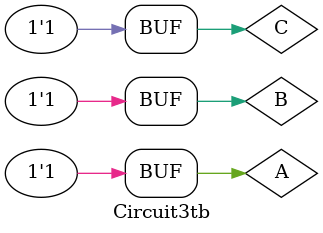
<source format=v>
module Circuit3tb;
    reg A, B, C;
    wire Z;
    Circuit3 M1 (A, B, C, Z);
    initial begin
        A = 1'b0;
        B = 1'b0;
        C = 1'b0;

        #20 A = 1'b0;
        B = 1'b0;
        C = 1'b1;

        #20 A = 1'b0;
        B = 1'b1;
        C = 1'b0;

        #20 A = 1'b0;
        B = 1'b1;
        C = 1'b1;

        #20 A = 1'b1;
        B = 1'b0;
        C = 1'b0;

        #20 A = 1'b1;
        B = 1'b0;
        C = 1'b1;

        #20 A = 1'b1;
        B = 1'b1;
        C = 1'b0;

        #20 A = 1'b1;
        B = 1'b1;
        C = 1'b1;
    end
    initial begin
        $monitor($time, "A = %b, B = %b, C = %b, Z = %b", A, B, C, Z);
    end
    initial begin
        $dumpfile("Circuit3.vcd");
        $dumpvars(0, Circuit3tb);
    end
endmodule
</source>
